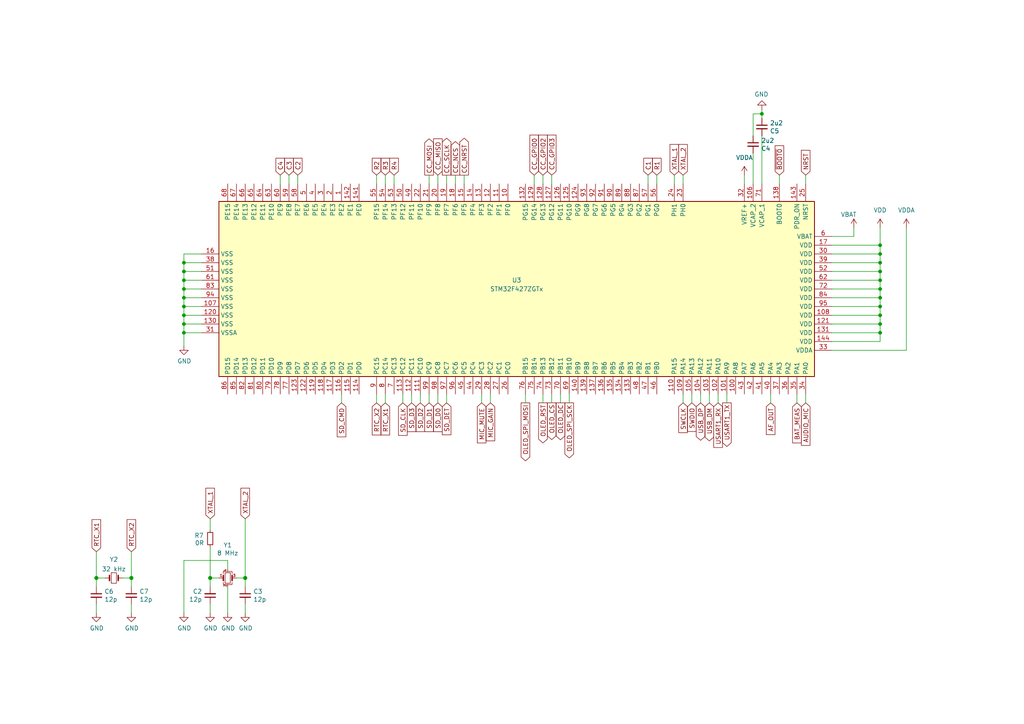
<source format=kicad_sch>
(kicad_sch (version 20211123) (generator eeschema)
  (paper "A4")
  (title_block (title "Mini17 - QRP M17 handheld") (date "2022-07-25") (rev "A") (company "M17 Project"))
  (lib_symbols
    (symbol "Device:Crystal_GND24_Small" (pin_names (offset 1.016) hide)
      (property "Reference" "Y" (at 1.27 4.445 0))
      (property "Value" "Crystal_GND24_Small" (at 1.27 2.54 0))
      (symbol "Crystal_GND24_Small_0_1"
        (rectangle (start -0.762 -1.524) (end 0.762 1.524))
        (polyline (pts (xy -1.27 -0.762) (xy -1.27 0.762)) (stroke (width 0.381)))
        (polyline (pts (xy 1.27 -0.762) (xy 1.27 0.762)) (stroke (width 0.381)))
        (polyline (pts (xy -1.27 -1.27) (xy -1.27 -1.905) (xy 1.27 -1.905) (xy 1.27 -1.27)))
        (polyline (pts (xy -1.27 1.27) (xy -1.27 1.905) (xy 1.27 1.905) (xy 1.27 1.27)))
      )
      (symbol "Crystal_GND24_Small_1_1"
        (pin passive line (at -2.54 0 0) (length 1.27) (name "1") (number "1"))
        (pin passive line (at 0 -2.54 90) (length 0.635) (name "2") (number "2"))
        (pin passive line (at 2.54 0 180) (length 1.27) (name "3") (number "3"))
        (pin passive line (at 0 2.54 270) (length 0.635) (name "4") (number "4"))
      )
    )
    (symbol "Device:Crystal_Small" (pin_numbers hide) (pin_names (offset 1.016) hide)
      (property "Reference" "Y" (at 0 2.54 0))
      (property "Value" "Crystal_Small" (at 0 -2.54 0))
      (symbol "Crystal_Small_0_1"
        (rectangle (start -0.762 -1.524) (end 0.762 1.524))
        (polyline (pts (xy -1.27 -0.762) (xy -1.27 0.762)) (stroke (width 0.381)))
        (polyline (pts (xy 1.27 -0.762) (xy 1.27 0.762)) (stroke (width 0.381)))
      )
      (symbol "Crystal_Small_1_1"
        (pin passive line (at -2.54 0 0) (length 1.27) (name "1") (number "1"))
        (pin passive line (at 2.54 0 180) (length 1.27) (name "2") (number "2"))
      )
    )
    (symbol "Device:R_Small" (pin_numbers hide) (pin_names (offset 0.254) hide)
      (property "Reference" "R" (at 0.762 0.508 0))
      (property "Value" "R_Small" (at 0.762 -1.016 0))
      (symbol "R_Small_0_1"
        (rectangle (start -0.762 1.778) (end 0.762 -1.778) (stroke (width 0.2032)))
      )
      (symbol "R_Small_1_1"
        (pin passive line (at 0 2.54 270) (length 0.762) (name "~") (number "1"))
        (pin passive line (at 0 -2.54 90) (length 0.762) (name "~") (number "2"))
      )
    )
    (symbol "MCU_ST_STM32F4:STM32F427ZGTx"
      (property "Reference" "U" (at -25.4 87.63 0))
      (property "Value" "STM32F427ZGTx" (at 20.32 87.63 0))
      (symbol "STM32F427ZGTx_0_1"
        (rectangle (start -25.4 -86.36) (end 25.4 86.36) (stroke (width 0.254)) (fill (type background)))
      )
      (symbol "STM32F427ZGTx_1_1"
        (pin bidirectional line (at -30.48 -50.8 0) (length 5.08) (name "PE2") (number "1"))
        (pin bidirectional line (at -30.48 -2.54 0) (length 5.08) (name "PF0") (number "10"))
        (pin bidirectional line (at 30.48 63.5 180) (length 5.08) (name "PA8") (number "100"))
        (pin bidirectional line (at 30.48 60.96 180) (length 5.08) (name "PA9") (number "101"))
        (pin bidirectional line (at 30.48 58.42 180) (length 5.08) (name "PA10") (number "102"))
        (pin bidirectional line (at 30.48 55.88 180) (length 5.08) (name "PA11") (number "103"))
        (pin bidirectional line (at 30.48 53.34 180) (length 5.08) (name "PA12") (number "104"))
        (pin bidirectional line (at 30.48 50.8 180) (length 5.08) (name "PA13") (number "105"))
        (pin power_in line (at -30.48 68.58 0) (length 5.08) (name "VCAP_2") (number "106"))
        (pin power_in line (at 5.08 -91.44 90) (length 5.08) (name "VSS") (number "107"))
        (pin power_in line (at 7.62 91.44 270) (length 5.08) (name "VDD") (number "108"))
        (pin bidirectional line (at 30.48 48.26 180) (length 5.08) (name "PA14") (number "109"))
        (pin bidirectional line (at -30.48 -5.08 0) (length 5.08) (name "PF1") (number "11"))
        (pin bidirectional line (at 30.48 45.72 180) (length 5.08) (name "PA15") (number "110"))
        (pin bidirectional line (at 30.48 -27.94 180) (length 5.08) (name "PC10") (number "111"))
        (pin bidirectional line (at 30.48 -30.48 180) (length 5.08) (name "PC11") (number "112"))
        (pin bidirectional line (at 30.48 -33.02 180) (length 5.08) (name "PC12") (number "113"))
        (pin bidirectional line (at 30.48 -45.72 180) (length 5.08) (name "PD0") (number "114"))
        (pin bidirectional line (at 30.48 -48.26 180) (length 5.08) (name "PD1") (number "115"))
        (pin bidirectional line (at 30.48 -50.8 180) (length 5.08) (name "PD2") (number "116"))
        (pin bidirectional line (at 30.48 -53.34 180) (length 5.08) (name "PD3") (number "117"))
        (pin bidirectional line (at 30.48 -55.88 180) (length 5.08) (name "PD4") (number "118"))
        (pin bidirectional line (at 30.48 -58.42 180) (length 5.08) (name "PD5") (number "119"))
        (pin bidirectional line (at -30.48 -7.62 0) (length 5.08) (name "PF2") (number "12"))
        (pin power_in line (at 7.62 -91.44 90) (length 5.08) (name "VSS") (number "120"))
        (pin power_in line (at 10.16 91.44 270) (length 5.08) (name "VDD") (number "121"))
        (pin bidirectional line (at 30.48 -60.96 180) (length 5.08) (name "PD6") (number "122"))
        (pin bidirectional line (at 30.48 -63.5 180) (length 5.08) (name "PD7") (number "123"))
        (pin bidirectional line (at -30.48 17.78 0) (length 5.08) (name "PG9") (number "124"))
        (pin bidirectional line (at -30.48 15.24 0) (length 5.08) (name "PG10") (number "125"))
        (pin bidirectional line (at -30.48 12.7 0) (length 5.08) (name "PG11") (number "126"))
        (pin bidirectional line (at -30.48 10.16 0) (length 5.08) (name "PG12") (number "127"))
        (pin bidirectional line (at -30.48 7.62 0) (length 5.08) (name "PG13") (number "128"))
        (pin bidirectional line (at -30.48 5.08 0) (length 5.08) (name "PG14") (number "129"))
        (pin bidirectional line (at -30.48 -10.16 0) (length 5.08) (name "PF3") (number "13"))
        (pin power_in line (at 10.16 -91.44 90) (length 5.08) (name "VSS") (number "130"))
        (pin power_in line (at 12.7 91.44 270) (length 5.08) (name "VDD") (number "131"))
        (pin bidirectional line (at -30.48 2.54 0) (length 5.08) (name "PG15") (number "132"))
        (pin bidirectional line (at 30.48 33.02 180) (length 5.08) (name "PB3") (number "133"))
        (pin bidirectional line (at 30.48 30.48 180) (length 5.08) (name "PB4") (number "134"))
        (pin bidirectional line (at 30.48 27.94 180) (length 5.08) (name "PB5") (number "135"))
        (pin bidirectional line (at 30.48 25.4 180) (length 5.08) (name "PB6") (number "136"))
        (pin bidirectional line (at 30.48 22.86 180) (length 5.08) (name "PB7") (number "137"))
        (pin input line (at -30.48 76.2 0) (length 5.08) (name "BOOT0") (number "138"))
        (pin bidirectional line (at 30.48 20.32 180) (length 5.08) (name "PB8") (number "139"))
        (pin bidirectional line (at -30.48 -12.7 0) (length 5.08) (name "PF4") (number "14"))
        (pin bidirectional line (at 30.48 17.78 180) (length 5.08) (name "PB9") (number "140"))
        (pin bidirectional line (at -30.48 -45.72 0) (length 5.08) (name "PE0") (number "141"))
        (pin bidirectional line (at -30.48 -48.26 0) (length 5.08) (name "PE1") (number "142"))
        (pin input line (at -30.48 81.28 0) (length 5.08) (name "PDR_ON") (number "143"))
        (pin power_in line (at 15.24 91.44 270) (length 5.08) (name "VDD") (number "144"))
        (pin bidirectional line (at -30.48 -15.24 0) (length 5.08) (name "PF5") (number "15"))
        (pin power_in line (at -10.16 -91.44 90) (length 5.08) (name "VSS") (number "16"))
        (pin power_in line (at -12.7 91.44 270) (length 5.08) (name "VDD") (number "17"))
        (pin bidirectional line (at -30.48 -17.78 0) (length 5.08) (name "PF6") (number "18"))
        (pin bidirectional line (at -30.48 -20.32 0) (length 5.08) (name "PF7") (number "19"))
        (pin bidirectional line (at -30.48 -53.34 0) (length 5.08) (name "PE3") (number "2"))
        (pin bidirectional line (at -30.48 -22.86 0) (length 5.08) (name "PF8") (number "20"))
        (pin bidirectional line (at -30.48 -25.4 0) (length 5.08) (name "PF9") (number "21"))
        (pin bidirectional line (at -30.48 -27.94 0) (length 5.08) (name "PF10") (number "22"))
        (pin input line (at -30.48 48.26 0) (length 5.08) (name "PH0") (number "23"))
        (pin input line (at -30.48 45.72 0) (length 5.08) (name "PH1") (number "24"))
        (pin input line (at -30.48 83.82 0) (length 5.08) (name "NRST") (number "25"))
        (pin bidirectional line (at 30.48 -2.54 180) (length 5.08) (name "PC0") (number "26"))
        (pin bidirectional line (at 30.48 -5.08 180) (length 5.08) (name "PC1") (number "27"))
        (pin bidirectional line (at 30.48 -7.62 180) (length 5.08) (name "PC2") (number "28"))
        (pin bidirectional line (at 30.48 -10.16 180) (length 5.08) (name "PC3") (number "29"))
        (pin bidirectional line (at -30.48 -55.88 0) (length 5.08) (name "PE4") (number "3"))
        (pin power_in line (at -10.16 91.44 270) (length 5.08) (name "VDD") (number "30"))
        (pin power_in line (at 12.7 -91.44 90) (length 5.08) (name "VSSA") (number "31"))
        (pin power_in line (at -30.48 66.04 0) (length 5.08) (name "VREF+") (number "32"))
        (pin power_in line (at 17.78 91.44 270) (length 5.08) (name "VDDA") (number "33"))
        (pin bidirectional line (at 30.48 83.82 180) (length 5.08) (name "PA0") (number "34"))
        (pin bidirectional line (at 30.48 81.28 180) (length 5.08) (name "PA1") (number "35"))
        (pin bidirectional line (at 30.48 78.74 180) (length 5.08) (name "PA2") (number "36"))
        (pin bidirectional line (at 30.48 76.2 180) (length 5.08) (name "PA3") (number "37"))
        (pin power_in line (at -7.62 -91.44 90) (length 5.08) (name "VSS") (number "38"))
        (pin power_in line (at -7.62 91.44 270) (length 5.08) (name "VDD") (number "39"))
        (pin bidirectional line (at -30.48 -58.42 0) (length 5.08) (name "PE5") (number "4"))
        (pin bidirectional line (at 30.48 73.66 180) (length 5.08) (name "PA4") (number "40"))
        (pin bidirectional line (at 30.48 71.12 180) (length 5.08) (name "PA5") (number "41"))
        (pin bidirectional line (at 30.48 68.58 180) (length 5.08) (name "PA6") (number "42"))
        (pin bidirectional line (at 30.48 66.04 180) (length 5.08) (name "PA7") (number "43"))
        (pin bidirectional line (at 30.48 -12.7 180) (length 5.08) (name "PC4") (number "44"))
        (pin bidirectional line (at 30.48 -15.24 180) (length 5.08) (name "PC5") (number "45"))
        (pin bidirectional line (at 30.48 40.64 180) (length 5.08) (name "PB0") (number "46"))
        (pin bidirectional line (at 30.48 38.1 180) (length 5.08) (name "PB1") (number "47"))
        (pin bidirectional line (at 30.48 35.56 180) (length 5.08) (name "PB2") (number "48"))
        (pin bidirectional line (at -30.48 -30.48 0) (length 5.08) (name "PF11") (number "49"))
        (pin bidirectional line (at -30.48 -60.96 0) (length 5.08) (name "PE6") (number "5"))
        (pin bidirectional line (at -30.48 -33.02 0) (length 5.08) (name "PF12") (number "50"))
        (pin power_in line (at -5.08 -91.44 90) (length 5.08) (name "VSS") (number "51"))
        (pin power_in line (at -5.08 91.44 270) (length 5.08) (name "VDD") (number "52"))
        (pin bidirectional line (at -30.48 -35.56 0) (length 5.08) (name "PF13") (number "53"))
        (pin bidirectional line (at -30.48 -38.1 0) (length 5.08) (name "PF14") (number "54"))
        (pin bidirectional line (at -30.48 -40.64 0) (length 5.08) (name "PF15") (number "55"))
        (pin bidirectional line (at -30.48 40.64 0) (length 5.08) (name "PG0") (number "56"))
        (pin bidirectional line (at -30.48 38.1 0) (length 5.08) (name "PG1") (number "57"))
        (pin bidirectional line (at -30.48 -63.5 0) (length 5.08) (name "PE7") (number "58"))
        (pin bidirectional line (at -30.48 -66.04 0) (length 5.08) (name "PE8") (number "59"))
        (pin power_in line (at -15.24 91.44 270) (length 5.08) (name "VBAT") (number "6"))
        (pin bidirectional line (at -30.48 -68.58 0) (length 5.08) (name "PE9") (number "60"))
        (pin power_in line (at -2.54 -91.44 90) (length 5.08) (name "VSS") (number "61"))
        (pin power_in line (at -2.54 91.44 270) (length 5.08) (name "VDD") (number "62"))
        (pin bidirectional line (at -30.48 -71.12 0) (length 5.08) (name "PE10") (number "63"))
        (pin bidirectional line (at -30.48 -73.66 0) (length 5.08) (name "PE11") (number "64"))
        (pin bidirectional line (at -30.48 -76.2 0) (length 5.08) (name "PE12") (number "65"))
        (pin bidirectional line (at -30.48 -78.74 0) (length 5.08) (name "PE13") (number "66"))
        (pin bidirectional line (at -30.48 -81.28 0) (length 5.08) (name "PE14") (number "67"))
        (pin bidirectional line (at -30.48 -83.82 0) (length 5.08) (name "PE15") (number "68"))
        (pin bidirectional line (at 30.48 15.24 180) (length 5.08) (name "PB10") (number "69"))
        (pin bidirectional line (at 30.48 -35.56 180) (length 5.08) (name "PC13") (number "7"))
        (pin bidirectional line (at 30.48 12.7 180) (length 5.08) (name "PB11") (number "70"))
        (pin power_in line (at -30.48 71.12 0) (length 5.08) (name "VCAP_1") (number "71"))
        (pin power_in line (at 0 91.44 270) (length 5.08) (name "VDD") (number "72"))
        (pin bidirectional line (at 30.48 10.16 180) (length 5.08) (name "PB12") (number "73"))
        (pin bidirectional line (at 30.48 7.62 180) (length 5.08) (name "PB13") (number "74"))
        (pin bidirectional line (at 30.48 5.08 180) (length 5.08) (name "PB14") (number "75"))
        (pin bidirectional line (at 30.48 2.54 180) (length 5.08) (name "PB15") (number "76"))
        (pin bidirectional line (at 30.48 -66.04 180) (length 5.08) (name "PD8") (number "77"))
        (pin bidirectional line (at 30.48 -68.58 180) (length 5.08) (name "PD9") (number "78"))
        (pin bidirectional line (at 30.48 -71.12 180) (length 5.08) (name "PD10") (number "79"))
        (pin bidirectional line (at 30.48 -38.1 180) (length 5.08) (name "PC14") (number "8"))
        (pin bidirectional line (at 30.48 -73.66 180) (length 5.08) (name "PD11") (number "80"))
        (pin bidirectional line (at 30.48 -76.2 180) (length 5.08) (name "PD12") (number "81"))
        (pin bidirectional line (at 30.48 -78.74 180) (length 5.08) (name "PD13") (number "82"))
        (pin power_in line (at 0 -91.44 90) (length 5.08) (name "VSS") (number "83"))
        (pin power_in line (at 2.54 91.44 270) (length 5.08) (name "VDD") (number "84"))
        (pin bidirectional line (at 30.48 -81.28 180) (length 5.08) (name "PD14") (number "85"))
        (pin bidirectional line (at 30.48 -83.82 180) (length 5.08) (name "PD15") (number "86"))
        (pin bidirectional line (at -30.48 35.56 0) (length 5.08) (name "PG2") (number "87"))
        (pin bidirectional line (at -30.48 33.02 0) (length 5.08) (name "PG3") (number "88"))
        (pin bidirectional line (at -30.48 30.48 0) (length 5.08) (name "PG4") (number "89"))
        (pin bidirectional line (at 30.48 -40.64 180) (length 5.08) (name "PC15") (number "9"))
        (pin bidirectional line (at -30.48 27.94 0) (length 5.08) (name "PG5") (number "90"))
        (pin bidirectional line (at -30.48 25.4 0) (length 5.08) (name "PG6") (number "91"))
        (pin bidirectional line (at -30.48 22.86 0) (length 5.08) (name "PG7") (number "92"))
        (pin bidirectional line (at -30.48 20.32 0) (length 5.08) (name "PG8") (number "93"))
        (pin power_in line (at 2.54 -91.44 90) (length 5.08) (name "VSS") (number "94"))
        (pin power_in line (at 5.08 91.44 270) (length 5.08) (name "VDD") (number "95"))
        (pin bidirectional line (at 30.48 -17.78 180) (length 5.08) (name "PC6") (number "96"))
        (pin bidirectional line (at 30.48 -20.32 180) (length 5.08) (name "PC7") (number "97"))
        (pin bidirectional line (at 30.48 -22.86 180) (length 5.08) (name "PC8") (number "98"))
        (pin bidirectional line (at 30.48 -25.4 180) (length 5.08) (name "PC9") (number "99"))
      )
    )
    (symbol "pkl_device:pkl_C_Small" (pin_numbers hide) (pin_names (offset 0.254) hide)
      (property "Reference" "C" (at 0.254 1.778 0))
      (property "Value" "pkl_C_Small" (at 0.254 -2.032 0))
      (symbol "pkl_C_Small_0_1"
        (polyline (pts (xy -1.524 -0.508) (xy 1.524 -0.508)) (stroke (width 0.3302)))
        (polyline (pts (xy -1.524 0.508) (xy 1.524 0.508)) (stroke (width 0.3048)))
      )
      (symbol "pkl_C_Small_1_1"
        (pin passive line (at 0 2.54 270) (length 1.905) (name "~") (number "1"))
        (pin passive line (at 0 -2.54 90) (length 2.032) (name "~") (number "2"))
      )
    )
    (symbol "pkl_power:VBAT" (power) (pin_names (offset 0))
      (property "Value" "VBAT" (at 0 3.556 0))
      (symbol "VBAT_0_1"
        (polyline (pts (xy -0.762 1.27) (xy 0 2.54)))
        (polyline (pts (xy 0 0) (xy 0 2.54)))
        (polyline (pts (xy 0 2.54) (xy 0.762 1.27)))
      )
      (symbol "VBAT_1_1"
        (pin power_in line (at 0 0 90) (length 0) hide (name "VBAT") (number "1"))
      )
    )
    (symbol "power:GND" (power) (pin_names (offset 0))
      (property "Value" "GND" (at 0 -3.81 0))
      (symbol "GND_0_1"
        (polyline (pts (xy 0 0) (xy 0 -1.27) (xy 1.27 -1.27) (xy 0 -2.54) (xy -1.27 -1.27) (xy 0 -1.27)))
      )
      (symbol "GND_1_1"
        (pin power_in line (at 0 0 270) (length 0) hide (name "GND") (number "1"))
      )
    )
    (symbol "power:VDD" (power) (pin_names (offset 0))
      (property "Value" "VDD" (at 0 3.81 0))
      (symbol "VDD_0_1"
        (polyline (pts (xy -0.762 1.27) (xy 0 2.54)))
        (polyline (pts (xy 0 0) (xy 0 2.54)))
        (polyline (pts (xy 0 2.54) (xy 0.762 1.27)))
      )
      (symbol "VDD_1_1"
        (pin power_in line (at 0 0 90) (length 0) hide (name "VDD") (number "1"))
      )
    )
    (symbol "power:VDDA" (power) (pin_names (offset 0))
      (property "Value" "VDDA" (at 0 3.81 0))
      (symbol "VDDA_0_1"
        (polyline (pts (xy -0.762 1.27) (xy 0 2.54)))
        (polyline (pts (xy 0 0) (xy 0 2.54)))
        (polyline (pts (xy 0 2.54) (xy 0.762 1.27)))
      )
      (symbol "VDDA_1_1"
        (pin power_in line (at 0 0 90) (length 0) hide (name "VDDA") (number "1"))
      )
    )
  )
  (junction (at 255.27 78.74))
  (junction (at 38.1 167.64) (diameter 1.016))
  (junction (at 53.34 83.82))
  (junction (at 255.27 96.52))
  (junction (at 255.27 86.36))
  (junction (at 255.27 71.12))
  (junction (at 71.12 167.64) (diameter 1.016))
  (junction (at 27.94 167.64) (diameter 1.016))
  (junction (at 53.34 81.28))
  (junction (at 255.27 88.9))
  (junction (at 53.34 88.9))
  (junction (at 53.34 86.36))
  (junction (at 53.34 78.74))
  (junction (at 255.27 76.2))
  (junction (at 53.34 91.44))
  (junction (at 255.27 93.98))
  (junction (at 255.27 73.66))
  (junction (at 220.98 33.02))
  (junction (at 53.34 76.2))
  (junction (at 255.27 83.82))
  (junction (at 255.27 81.28))
  (junction (at 53.34 96.52))
  (junction (at 53.34 93.98))
  (junction (at 60.96 167.64) (diameter 1.016))
  (junction (at 255.27 91.44))
  (wire (pts (xy 53.34 100.33) (xy 53.34 96.52)))
  (wire (pts (xy 255.27 88.9) (xy 255.27 86.36)))
  (wire (pts (xy 226.06 53.34) (xy 226.06 50.8)))
  (wire (pts (xy 255.27 73.66) (xy 255.27 71.12)))
  (wire (pts (xy 53.34 93.98) (xy 58.42 93.98)))
  (wire (pts (xy 152.4 116.84) (xy 152.4 114.3)))
  (wire (pts (xy 53.34 81.28) (xy 53.34 78.74)))
  (wire (pts (xy 255.27 71.12) (xy 255.27 66.04)))
  (wire (pts (xy 53.34 88.9) (xy 58.42 88.9)))
  (wire (pts (xy 255.27 99.06) (xy 255.27 96.52)))
  (wire (pts (xy 255.27 83.82) (xy 255.27 81.28)))
  (wire (pts (xy 86.36 50.8) (xy 86.36 53.34)))
  (wire (pts (xy 218.44 44.45) (xy 218.44 53.34)))
  (wire (pts (xy 83.82 50.8) (xy 83.82 53.34)))
  (wire (pts (xy 218.44 33.02) (xy 220.98 33.02)))
  (wire (pts (xy 53.34 91.44) (xy 58.42 91.44)))
  (wire (pts (xy 241.3 71.12) (xy 255.27 71.12)))
  (wire (pts (xy 68.58 167.64) (xy 71.12 167.64)))
  (wire (pts (xy 111.76 50.8) (xy 111.76 53.34)))
  (wire (pts (xy 195.58 50.8) (xy 195.58 53.34)))
  (wire (pts (xy 53.34 93.98) (xy 53.34 91.44)))
  (wire (pts (xy 223.52 114.3) (xy 223.52 116.84)))
  (wire (pts (xy 233.68 114.3) (xy 233.68 116.84)))
  (wire (pts (xy 160.02 50.8) (xy 160.02 53.34)))
  (wire (pts (xy 129.54 50.8) (xy 129.54 53.34)))
  (wire (pts (xy 53.34 83.82) (xy 58.42 83.82)))
  (wire (pts (xy 162.56 116.84) (xy 162.56 114.3)))
  (wire (pts (xy 241.3 78.74) (xy 255.27 78.74)))
  (wire (pts (xy 27.94 167.64) (xy 30.48 167.64)))
  (wire (pts (xy 27.94 160.02) (xy 27.94 167.64)))
  (wire (pts (xy 165.1 116.84) (xy 165.1 114.3)))
  (wire (pts (xy 203.2 114.3) (xy 203.2 116.84)))
  (wire (pts (xy 241.3 76.2) (xy 255.27 76.2)))
  (wire (pts (xy 53.34 78.74) (xy 58.42 78.74)))
  (wire (pts (xy 187.96 50.8) (xy 187.96 53.34)))
  (wire (pts (xy 134.62 50.8) (xy 134.62 53.34)))
  (wire (pts (xy 81.28 50.8) (xy 81.28 53.34)))
  (wire (pts (xy 154.94 50.8) (xy 154.94 53.34)))
  (wire (pts (xy 241.3 73.66) (xy 255.27 73.66)))
  (wire (pts (xy 109.22 116.84) (xy 109.22 114.3)))
  (wire (pts (xy 132.08 50.8) (xy 132.08 53.34)))
  (wire (pts (xy 255.27 86.36) (xy 255.27 83.82)))
  (wire (pts (xy 53.34 86.36) (xy 53.34 83.82)))
  (wire (pts (xy 60.96 150.495) (xy 60.96 153.67)))
  (wire (pts (xy 53.34 91.44) (xy 53.34 88.9)))
  (wire (pts (xy 241.3 86.36) (xy 255.27 86.36)))
  (wire (pts (xy 66.04 170.18) (xy 66.04 177.8)))
  (wire (pts (xy 218.44 39.37) (xy 218.44 33.02)))
  (wire (pts (xy 53.34 83.82) (xy 53.34 81.28)))
  (wire (pts (xy 200.66 114.3) (xy 200.66 116.84)))
  (wire (pts (xy 124.46 114.3) (xy 124.46 116.84)))
  (wire (pts (xy 160.02 116.84) (xy 160.02 114.3)))
  (wire (pts (xy 60.96 167.64) (xy 63.5 167.64)))
  (wire (pts (xy 71.12 175.26) (xy 71.12 177.8)))
  (wire (pts (xy 71.12 167.64) (xy 71.12 170.18)))
  (wire (pts (xy 215.9 50.8) (xy 215.9 53.34)))
  (wire (pts (xy 247.65 68.58) (xy 241.3 68.58)))
  (wire (pts (xy 53.34 86.36) (xy 58.42 86.36)))
  (wire (pts (xy 139.7 114.3) (xy 139.7 116.84)))
  (wire (pts (xy 121.92 114.3) (xy 121.92 116.84)))
  (wire (pts (xy 198.12 50.8) (xy 198.12 53.34)))
  (wire (pts (xy 157.48 116.84) (xy 157.48 114.3)))
  (wire (pts (xy 157.48 50.8) (xy 157.48 53.34)))
  (wire (pts (xy 53.34 76.2) (xy 58.42 76.2)))
  (wire (pts (xy 208.28 116.84) (xy 208.28 114.3)))
  (wire (pts (xy 142.24 114.3) (xy 142.24 116.84)))
  (wire (pts (xy 255.27 76.2) (xy 255.27 73.66)))
  (wire (pts (xy 220.98 39.37) (xy 220.98 53.34)))
  (wire (pts (xy 53.34 162.56) (xy 53.34 177.8)))
  (wire (pts (xy 198.12 114.3) (xy 198.12 116.84)))
  (wire (pts (xy 53.34 81.28) (xy 58.42 81.28)))
  (wire (pts (xy 127 50.8) (xy 127 53.34)))
  (wire (pts (xy 255.27 78.74) (xy 255.27 76.2)))
  (wire (pts (xy 233.68 50.8) (xy 233.68 53.34)))
  (wire (pts (xy 210.82 116.84) (xy 210.82 114.3)))
  (wire (pts (xy 255.27 93.98) (xy 255.27 91.44)))
  (wire (pts (xy 262.89 101.6) (xy 262.89 66.04)))
  (wire (pts (xy 38.1 175.26) (xy 38.1 177.8)))
  (wire (pts (xy 255.27 91.44) (xy 255.27 88.9)))
  (wire (pts (xy 241.3 83.82) (xy 255.27 83.82)))
  (wire (pts (xy 220.98 34.29) (xy 220.98 33.02)))
  (wire (pts (xy 111.76 116.84) (xy 111.76 114.3)))
  (wire (pts (xy 241.3 88.9) (xy 255.27 88.9)))
  (wire (pts (xy 241.3 91.44) (xy 255.27 91.44)))
  (wire (pts (xy 241.3 96.52) (xy 255.27 96.52)))
  (wire (pts (xy 53.34 78.74) (xy 53.34 76.2)))
  (wire (pts (xy 190.5 50.8) (xy 190.5 53.34)))
  (wire (pts (xy 27.94 167.64) (xy 27.94 170.18)))
  (wire (pts (xy 114.3 50.8) (xy 114.3 53.34)))
  (wire (pts (xy 66.04 165.1) (xy 66.04 162.56)))
  (wire (pts (xy 247.65 66.04) (xy 247.65 68.58)))
  (wire (pts (xy 53.34 76.2) (xy 53.34 73.66)))
  (wire (pts (xy 53.34 73.66) (xy 58.42 73.66)))
  (wire (pts (xy 205.74 114.3) (xy 205.74 116.84)))
  (wire (pts (xy 119.38 114.3) (xy 119.38 116.84)))
  (wire (pts (xy 27.94 175.26) (xy 27.94 177.8)))
  (wire (pts (xy 38.1 167.64) (xy 38.1 170.18)))
  (wire (pts (xy 241.3 81.28) (xy 255.27 81.28)))
  (wire (pts (xy 53.34 96.52) (xy 58.42 96.52)))
  (wire (pts (xy 241.3 101.6) (xy 262.89 101.6)))
  (wire (pts (xy 99.06 114.3) (xy 99.06 116.84)))
  (wire (pts (xy 116.84 114.3) (xy 116.84 116.84)))
  (wire (pts (xy 66.04 162.56) (xy 53.34 162.56)))
  (wire (pts (xy 255.27 96.52) (xy 255.27 93.98)))
  (wire (pts (xy 38.1 160.02) (xy 38.1 167.64)))
  (wire (pts (xy 231.14 114.3) (xy 231.14 116.84)))
  (wire (pts (xy 129.54 114.3) (xy 129.54 116.84)))
  (wire (pts (xy 71.12 150.495) (xy 71.12 167.64)))
  (wire (pts (xy 124.46 50.8) (xy 124.46 53.34)))
  (wire (pts (xy 35.56 167.64) (xy 38.1 167.64)))
  (wire (pts (xy 53.34 96.52) (xy 53.34 93.98)))
  (wire (pts (xy 241.3 99.06) (xy 255.27 99.06)))
  (wire (pts (xy 241.3 93.98) (xy 255.27 93.98)))
  (wire (pts (xy 60.96 170.18) (xy 60.96 167.64)))
  (wire (pts (xy 127 114.3) (xy 127 116.84)))
  (wire (pts (xy 60.96 158.75) (xy 60.96 167.64)))
  (wire (pts (xy 60.96 175.26) (xy 60.96 177.8)))
  (wire (pts (xy 255.27 81.28) (xy 255.27 78.74)))
  (wire (pts (xy 53.34 88.9) (xy 53.34 86.36)))
  (wire (pts (xy 220.98 31.75) (xy 220.98 33.02)))
  (wire (pts (xy 109.22 50.8) (xy 109.22 53.34)))
  (global_label "BAT_MEAS" (shape input) (at 231.14 116.84 270) (property "Intersheet References" "${INTERSHEET_REFS}" (effects hide)))
  (global_label "RTC_X1" (shape input) (at 111.76 116.84 270) (property "Intersheet References" "${INTERSHEET_REFS}" (effects hide)))
  (global_label "R1" (shape input) (at 190.5 50.8 90) (property "Intersheet References" "${INTERSHEET_REFS}" (effects hide)))
  (global_label "SD_CLK" (shape input) (at 116.84 116.84 270) (property "Intersheet References" "${INTERSHEET_REFS}" (effects hide)))
  (global_label "SD_D3" (shape input) (at 119.38 116.84 270) (property "Intersheet References" "${INTERSHEET_REFS}" (effects hide)))
  (global_label "CC_MISO" (shape input) (at 127 50.8 90) (property "Intersheet References" "${INTERSHEET_REFS}" (effects hide)))
  (global_label "USART1_RX" (shape input) (at 208.28 116.84 270) (property "Intersheet References" "${INTERSHEET_REFS}" (effects hide)))
  (global_label "R4" (shape input) (at 114.3 50.8 90) (property "Intersheet References" "${INTERSHEET_REFS}" (effects hide)))
  (global_label "XTAL_1" (shape input) (at 195.58 50.8 90) (property "Intersheet References" "${INTERSHEET_REFS}" (effects hide)))
  (global_label "C4" (shape input) (at 81.28 50.8 90) (property "Intersheet References" "${INTERSHEET_REFS}" (effects hide)))
  (global_label "USB_DP" (shape bidirectional) (at 203.2 116.84 270) (property "Intersheet References" "${INTERSHEET_REFS}" (effects hide)))
  (global_label "C2" (shape input) (at 86.36 50.8 90) (property "Intersheet References" "${INTERSHEET_REFS}" (effects hide)))
  (global_label "CC_GPIO2" (shape input) (at 157.48 50.8 90) (property "Intersheet References" "${INTERSHEET_REFS}" (effects hide)))
  (global_label "AUDIO_MIC" (shape input) (at 233.68 116.84 270) (property "Intersheet References" "${INTERSHEET_REFS}" (effects hide)))
  (global_label "OLED_RST" (shape output) (at 157.48 116.84 270) (property "Intersheet References" "${INTERSHEET_REFS}" (effects hide)))
  (global_label "RTC_X2" (shape input) (at 38.1 160.02 90) (property "Intersheet References" "${INTERSHEET_REFS}" (effects hide)))
  (global_label "SD_CMD" (shape input) (at 99.06 116.84 270) (property "Intersheet References" "${INTERSHEET_REFS}" (effects hide)))
  (global_label "CC_NRST" (shape output) (at 134.62 50.8 90) (property "Intersheet References" "${INTERSHEET_REFS}" (effects hide)))
  (global_label "XTAL_2" (shape input) (at 71.12 150.495 90) (property "Intersheet References" "${INTERSHEET_REFS}" (effects hide)))
  (global_label "~{BOOT0}" (shape input) (at 226.06 50.8 90) (property "Intersheet References" "${INTERSHEET_REFS}" (effects hide)))
  (global_label "OLED_SPI_SCK" (shape output) (at 165.1 116.84 270) (property "Intersheet References" "${INTERSHEET_REFS}" (effects hide)))
  (global_label "USART1_TX" (shape output) (at 210.82 116.84 270) (property "Intersheet References" "${INTERSHEET_REFS}" (effects hide)))
  (global_label "CC_SCLK" (shape output) (at 129.54 50.8 90) (property "Intersheet References" "${INTERSHEET_REFS}" (effects hide)))
  (global_label "XTAL_1" (shape input) (at 60.96 150.495 90) (property "Intersheet References" "${INTERSHEET_REFS}" (effects hide)))
  (global_label "CC_GPIO3" (shape input) (at 160.02 50.8 90) (property "Intersheet References" "${INTERSHEET_REFS}" (effects hide)))
  (global_label "R2" (shape input) (at 109.22 50.8 90) (property "Intersheet References" "${INTERSHEET_REFS}" (effects hide)))
  (global_label "RTC_X1" (shape input) (at 27.94 160.02 90) (property "Intersheet References" "${INTERSHEET_REFS}" (effects hide)))
  (global_label "OLED_CS" (shape output) (at 160.02 116.84 270) (property "Intersheet References" "${INTERSHEET_REFS}" (effects hide)))
  (global_label "CC_NCS" (shape output) (at 132.08 50.8 90) (property "Intersheet References" "${INTERSHEET_REFS}" (effects hide)))
  (global_label "SWDIO" (shape input) (at 200.66 116.84 270) (property "Intersheet References" "${INTERSHEET_REFS}" (effects hide)))
  (global_label "OLED_SPI_MOSI" (shape output) (at 152.4 116.84 270) (property "Intersheet References" "${INTERSHEET_REFS}" (effects hide)))
  (global_label "NRST" (shape input) (at 233.68 50.8 90) (property "Intersheet References" "${INTERSHEET_REFS}" (effects hide)))
  (global_label "R3" (shape input) (at 111.76 50.8 90) (property "Intersheet References" "${INTERSHEET_REFS}" (effects hide)))
  (global_label "OLED_DC" (shape output) (at 162.56 116.84 270) (property "Intersheet References" "${INTERSHEET_REFS}" (effects hide)))
  (global_label "SD_D1" (shape input) (at 124.46 116.84 270) (property "Intersheet References" "${INTERSHEET_REFS}" (effects hide)))
  (global_label "MIC_GAIN" (shape input) (at 142.24 116.84 270) (property "Intersheet References" "${INTERSHEET_REFS}" (effects hide)))
  (global_label "CC_GPIO0" (shape input) (at 154.94 50.8 90) (property "Intersheet References" "${INTERSHEET_REFS}" (effects hide)))
  (global_label "SD_D2" (shape input) (at 121.92 116.84 270) (property "Intersheet References" "${INTERSHEET_REFS}" (effects hide)))
  (global_label "SD_DET" (shape input) (at 129.54 116.84 270) (property "Intersheet References" "${INTERSHEET_REFS}" (effects hide)))
  (global_label "SD_D0" (shape input) (at 127 116.84 270) (property "Intersheet References" "${INTERSHEET_REFS}" (effects hide)))
  (global_label "CC_MOSI" (shape output) (at 124.46 50.8 90) (property "Intersheet References" "${INTERSHEET_REFS}" (effects hide)))
  (global_label "USB_DM" (shape bidirectional) (at 205.74 116.84 270) (property "Intersheet References" "${INTERSHEET_REFS}" (effects hide)))
  (global_label "C1" (shape input) (at 187.96 50.8 90) (property "Intersheet References" "${INTERSHEET_REFS}" (effects hide)))
  (global_label "SWCLK" (shape input) (at 198.12 116.84 270) (property "Intersheet References" "${INTERSHEET_REFS}" (effects hide)))
  (global_label "RTC_X2" (shape input) (at 109.22 116.84 270) (property "Intersheet References" "${INTERSHEET_REFS}" (effects hide)))
  (global_label "MIC_MUTE" (shape input) (at 139.7 116.84 270) (property "Intersheet References" "${INTERSHEET_REFS}" (effects hide)))
  (global_label "C3" (shape input) (at 83.82 50.8 90) (property "Intersheet References" "${INTERSHEET_REFS}" (effects hide)))
  (global_label "XTAL_2" (shape input) (at 198.12 50.8 90) (property "Intersheet References" "${INTERSHEET_REFS}" (effects hide)))
  (global_label "AF_OUT" (shape input) (at 223.52 116.84 270) (property "Intersheet References" "${INTERSHEET_REFS}" (effects hide)))
  (symbol (lib_id "power:GND") (at 66.04 177.8 0) (unit 1)
    (property "Reference" "#PWR0114" (effects hide))
    (property "Value" "GND" (at 66.167 182.1942 0))
  )
  (symbol (lib_id "power:GND") (at 27.94 177.8 0) (unit 1)
    (property "Reference" "#PWR0102" (effects hide))
    (property "Value" "GND" (at 28.067 182.1942 0))
  )
  (symbol (lib_id "power:GND") (at 53.34 100.33 0) (unit 1)
    (property "Reference" "#PWR0122" (effects hide))
    (property "Value" "GND" (at 53.467 104.7242 0))
  )
  (symbol (lib_id "MCU_ST_STM32F4:STM32F427ZGTx") (at 149.86 83.82 270) (unit 1)
    (property "Reference" "U3" (at 149.86 81.28 90))
    (property "Value" "STM32F427ZGTx" (at 149.86 83.82 90))
    (property "Footprint" "Package_QFP:LQFP-144_20x20mm_P0.5mm" (effects hide))
    (property "Datasheet" "http://www.st.com/st-web-ui/static/active/en/resource/technical/document/datasheet/DM00071990.pdf" (effects hide))
  )
  (symbol (lib_id "power:VDDA") (at 262.89 66.04 0) (unit 1)
    (property "Reference" "#PWR0104" (effects hide))
    (property "Value" "VDDA" (at 262.89 60.96 0))
  )
  (symbol (lib_id "power:GND") (at 53.34 177.8 0) (unit 1)
    (property "Reference" "#PWR0116" (effects hide))
    (property "Value" "GND" (at 53.467 182.1942 0))
  )
  (symbol (lib_id "Device:Crystal_GND24_Small") (at 66.04 167.64 0) (unit 1)
    (property "Reference" "Y1" (at 66.04 158.115 0))
    (property "Value" "8 MHz" (at 66.04 160.4264 0))
    (property "Footprint" "Crystal:Crystal_SMD_3225-4Pin_3.2x2.5mm" (effects hide))
  )
  (symbol (lib_id "pkl_device:pkl_C_Small") (at 218.44 41.91 0) (mirror y) (unit 1)
    (property "Reference" "C4" (at 220.7768 43.0784 0) (effects (justify right)))
    (property "Value" "2u2" (at 220.7768 40.767 0) (effects (justify right)))
    (property "Footprint" "Capacitor_SMD:C_0402_1005Metric" (effects hide))
  )
  (symbol (lib_id "pkl_device:pkl_C_Small") (at 38.1 172.72 0) (unit 1) (in_bom no) (on_board no)
    (property "Reference" "C7" (at 40.4368 171.5516 0) (effects (justify left)))
    (property "Value" "12p" (at 40.4368 173.863 0) (effects (justify left)))
    (property "Footprint" "pkl_dipol:C_0603" (effects hide))
  )
  (symbol (lib_id "power:GND") (at 60.96 177.8 0) (unit 1)
    (property "Reference" "#PWR0115" (effects hide))
    (property "Value" "GND" (at 61.087 182.1942 0))
  )
  (symbol (lib_id "power:VDDA") (at 215.9 50.8 0) (unit 1)
    (property "Reference" "#PWR0106" (effects hide))
    (property "Value" "VDDA" (at 215.9 45.72 0))
  )
  (symbol (lib_id "Device:Crystal_Small") (at 33.02 167.64 0) (unit 1) (in_bom no) (on_board no)
    (property "Reference" "Y2" (at 33.02 162.2764 0))
    (property "Value" "32 kHz" (at 33.02 165.0515 0))
    (property "Footprint" "Crystal:Crystal_SMD_MicroCrystal_CC8V-T1A-2Pin_2.0x1.2mm" (effects hide))
  )
  (symbol (lib_id "power:GND") (at 38.1 177.8 0) (unit 1)
    (property "Reference" "#PWR0101" (effects hide))
    (property "Value" "GND" (at 38.227 182.1942 0))
  )
  (symbol (lib_id "pkl_device:pkl_C_Small") (at 27.94 172.72 0) (unit 1) (in_bom no) (on_board no)
    (property "Reference" "C6" (at 30.2768 171.5516 0) (effects (justify left)))
    (property "Value" "12p" (at 30.2768 173.863 0) (effects (justify left)))
    (property "Footprint" "pkl_dipol:C_0603" (effects hide))
  )
  (symbol (lib_id "pkl_power:VBAT") (at 247.65 66.04 0) (unit 1)
    (property "Reference" "#PWR0103" (effects hide))
    (property "Value" "RTC_BAT" (at 243.84 62.23 0) (effects (justify left)))
  )
  (symbol (lib_id "power:VDD") (at 255.27 66.04 0) (unit 1)
    (property "Reference" "#PWR0105" (effects hide))
    (property "Value" "VDD" (at 255.27 60.96 0))
  )
  (symbol (lib_id "pkl_device:pkl_C_Small") (at 71.12 172.72 0) (unit 1)
    (property "Reference" "C3" (at 73.4568 171.5516 0) (effects (justify left)))
    (property "Value" "12p" (at 73.4568 173.863 0) (effects (justify left)))
    (property "Footprint" "Capacitor_SMD:C_0402_1005Metric" (effects hide))
  )
  (symbol (lib_id "pkl_device:pkl_C_Small") (at 220.98 36.83 0) (mirror y) (unit 1)
    (property "Reference" "C5" (at 223.3168 37.9984 0) (effects (justify right)))
    (property "Value" "2u2" (at 223.3168 35.687 0) (effects (justify right)))
    (property "Footprint" "Capacitor_SMD:C_0402_1005Metric" (effects hide))
  )
  (symbol (lib_id "power:GND") (at 71.12 177.8 0) (unit 1)
    (property "Reference" "#PWR0108" (effects hide))
    (property "Value" "GND" (at 71.247 182.1942 0))
  )
  (symbol (lib_id "Device:R_Small") (at 60.96 156.21 0) (unit 1)
    (property "Reference" "R7" (at 56.388 155.321 0) (effects (justify left)))
    (property "Value" "0R" (at 56.515 157.48 0) (effects (justify left)))
    (property "Footprint" "Resistor_SMD:R_0402_1005Metric" (effects hide))
  )
  (symbol (lib_id "power:GND") (at 220.98 31.75 180) (unit 1)
    (property "Reference" "#PWR0107" (effects hide))
    (property "Value" "GND" (at 220.853 27.3558 0))
  )
  (symbol (lib_id "pkl_device:pkl_C_Small") (at 60.96 172.72 0) (mirror x) (unit 1)
    (property "Reference" "C2" (at 58.6232 171.5516 0) (effects (justify right)))
    (property "Value" "12p" (at 58.6232 173.863 0) (effects (justify right)))
    (property "Footprint" "Capacitor_SMD:C_0402_1005Metric" (effects hide))
  )
)
</source>
